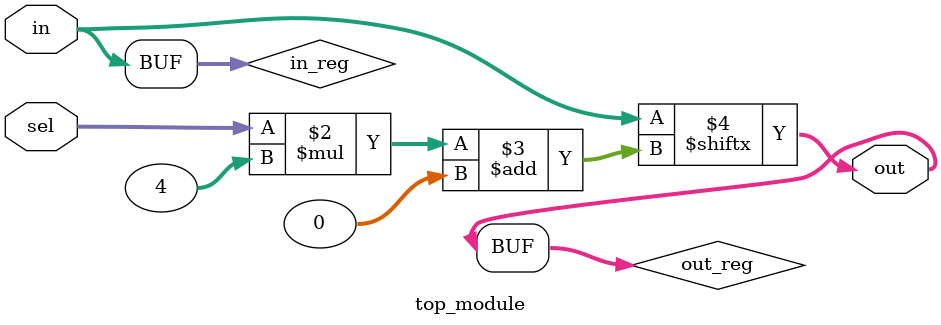
<source format=sv>
module top_module (
	input [1023:0] in,
	input [7:0] sel,
	output [3:0] out
);

reg [1023:0] in_reg;
reg [3:0] out_reg;

always @(*) begin
  in_reg = in;
  out_reg = in_reg[sel*4 +: 4];
end

assign out = out_reg;

endmodule

</source>
